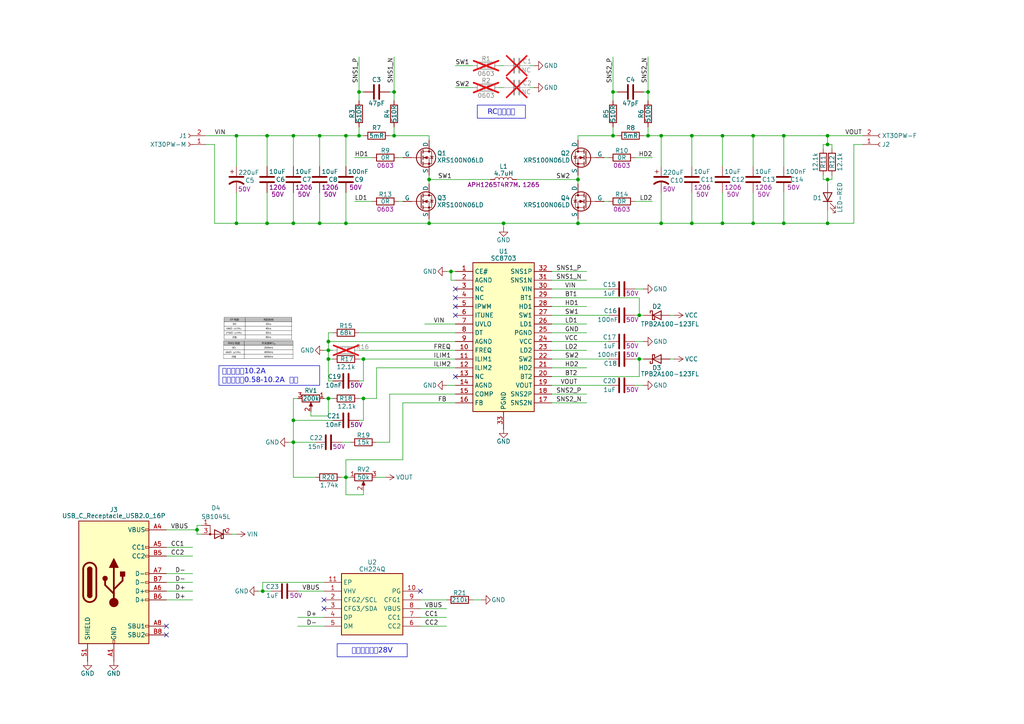
<source format=kicad_sch>
(kicad_sch (version 20250114) (generator "eeschema") (generator_version "9.0")
  (paper "A4")
  (lib_symbols
    (symbol "Connector:Conn_01x02_Socket" (pin_names (offset 1.016) (hide yes))
      (property "Reference" "J" (at 0 2.54 0))
      (property "Value" "Conn_01x02_Socket" (at 0 -5.08 0))
      (symbol "Conn_01x02_Socket_1_1"
        (pin passive line (at -5.08 0 0) (length 3.81) (name "Pin_1") (number "1"))
        (pin passive line (at -5.08 -2.54 0) (length 3.81) (name "Pin_2") (number "2"))
      )
    )
    (symbol "Connector:USB_C_Receptacle_USB2.0_16P" (pin_names (offset 1.016))
      (property "Reference" "J" (at 0 22.225 0))
      (property "Value" "USB_C_Receptacle_USB2.0_16P" (at 0 19.685 0))
      (symbol "USB_C_Receptacle_USB2.0_16P_1_1"
        (pin passive line (at -7.62 -22.86 90) (length 5.08) (name "SHIELD") (number "S1"))
        (pin passive line (at 0 -22.86 90) (length 5.08) (name "GND") (number "A1"))
        (pin passive line (at 0 -22.86 90) (length 5.08) (hide yes) (name "GND") (number "A12"))
        (pin passive line (at 0 -22.86 90) (length 5.08) (hide yes) (name "GND") (number "B1"))
        (pin passive line (at 0 -22.86 90) (length 5.08) (hide yes) (name "GND") (number "B12"))
        (pin passive line (at 15.24 15.24 180) (length 5.08) (name "VBUS") (number "A4"))
        (pin passive line (at 15.24 15.24 180) (length 5.08) (hide yes) (name "VBUS") (number "A9"))
        (pin passive line (at 15.24 15.24 180) (length 5.08) (hide yes) (name "VBUS") (number "B4"))
        (pin passive line (at 15.24 15.24 180) (length 5.08) (hide yes) (name "VBUS") (number "B9"))
        (pin bidirectional line (at 15.24 10.16 180) (length 5.08) (name "CC1") (number "A5"))
        (pin bidirectional line (at 15.24 7.62 180) (length 5.08) (name "CC2") (number "B5"))
        (pin bidirectional line (at 15.24 2.54 180) (length 5.08) (name "D-") (number "A7"))
        (pin bidirectional line (at 15.24 0 180) (length 5.08) (name "D-") (number "B7"))
        (pin bidirectional line (at 15.24 -2.54 180) (length 5.08) (name "D+") (number "A6"))
        (pin bidirectional line (at 15.24 -5.08 180) (length 5.08) (name "D+") (number "B6"))
        (pin bidirectional line (at 15.24 -12.7 180) (length 5.08) (name "SBU1") (number "A8"))
        (pin bidirectional line (at 15.24 -15.24 180) (length 5.08) (name "SBU2") (number "B8"))
      )
    )
    (symbol "Device:C" (pin_numbers (hide yes)) (pin_names (offset 0.254))
      (property "Reference" "C" (at 0.635 2.54 0))
      (property "Value" "C" (at 0.635 -2.54 0))
      (symbol "C_1_1"
        (pin passive line (at 0 3.81 270) (length 2.794) (name "~") (number "1"))
        (pin passive line (at 0 -3.81 90) (length 2.794) (name "~") (number "2"))
      )
    )
    (symbol "Device:C_Polarized_US" (pin_numbers (hide yes)) (pin_names (offset 0.254) (hide yes))
      (property "Reference" "C" (at 0.635 2.54 0))
      (property "Value" "C_Polarized_US" (at 0.635 -2.54 0))
      (symbol "C_Polarized_US_1_1"
        (pin passive line (at 0 3.81 270) (length 2.794) (name "~") (number "1"))
        (pin passive line (at 0 -3.81 90) (length 3.302) (name "~") (number "2"))
      )
    )
    (symbol "Device:D_Schottky" (pin_numbers (hide yes)) (pin_names (offset 1.016) (hide yes))
      (property "Reference" "D" (at 0 2.54 0))
      (property "Value" "D_Schottky" (at 0 -2.54 0))
      (symbol "D_Schottky_1_1"
        (pin passive line (at -3.81 0 0) (length 2.54) (name "K") (number "1"))
        (pin passive line (at 3.81 0 180) (length 2.54) (name "A") (number "2"))
      )
    )
    (symbol "Device:L" (pin_numbers (hide yes)) (pin_names (offset 1.016) (hide yes))
      (property "Reference" "L" (at -1.27 0 90))
      (property "Value" "L" (at 1.905 0 90))
      (symbol "L_1_1"
        (pin passive line (at 0 3.81 270) (length 1.27) (name "1") (number "1"))
        (pin passive line (at 0 -3.81 90) (length 1.27) (name "2") (number "2"))
      )
    )
    (symbol "Device:LED" (pin_numbers (hide yes)) (pin_names (offset 1.016) (hide yes))
      (property "Reference" "D" (at 0 2.54 0))
      (property "Value" "LED" (at 0 -2.54 0))
      (symbol "LED_1_1"
        (pin passive line (at -3.81 0 0) (length 2.54) (name "K") (number "1"))
        (pin passive line (at 3.81 0 180) (length 2.54) (name "A") (number "2"))
      )
    )
    (symbol "Device:R" (pin_numbers (hide yes)) (pin_names (offset 0))
      (property "Reference" "R" (at 2.032 0 90))
      (property "Value" "R" (at 0 0 90))
      (symbol "R_1_1"
        (pin passive line (at 0 3.81 270) (length 1.27) (name "~") (number "1"))
        (pin passive line (at 0 -3.81 90) (length 1.27) (name "~") (number "2"))
      )
    )
    (symbol "Device:R_Potentiometer" (pin_names (offset 1.016) (hide yes))
      (property "Reference" "RV" (at -4.445 0 90))
      (property "Value" "R_Potentiometer" (at -2.54 0 90))
      (symbol "R_Potentiometer_1_1"
        (pin passive line (at 0 3.81 270) (length 1.27) (name "1") (number "1"))
        (pin passive line (at 0 -3.81 90) (length 1.27) (name "3") (number "3"))
        (pin passive line (at 3.81 0 180) (length 1.27) (name "2") (number "2"))
      )
    )
    (symbol "SB1045L:SB1045L" (pin_names (offset 0) (hide yes))
      (property "Reference" "D" (at 0 2.54 0))
      (property "Value" "SB1045L" (at 0 -2.54 0))
      (symbol "SB1045L_1_1"
        (pin passive line (at -3.81 0 0) (length 2.54) (name "K") (number "2"))
        (pin passive line (at 5.08 2.54 180) (length 2.54) (name "A") (number "1"))
        (pin passive line (at 5.08 0 180) (length 2.54) (name "A") (number "3"))
      )
    )
    (symbol "Simulation_SPICE:NMOS" (pin_numbers (hide yes)) (pin_names (offset 0))
      (property "Reference" "Q" (at 5.08 1.27 0))
      (property "Value" "NMOS" (at 5.08 -1.27 0))
      (symbol "NMOS_1_1"
        (pin input line (at -5.08 0 0) (length 2.54) (name "G") (number "2"))
        (pin passive line (at 2.54 5.08 270) (length 2.54) (name "D") (number "1"))
        (pin passive line (at 2.54 -5.08 90) (length 2.54) (name "S") (number "3"))
      )
    )
    (symbol "Zeruns:CH224Q"
      (property "Reference" "U" (at 0 12.192 0))
      (property "Value" "CH224Q" (at 0 10.16 0))
      (symbol "CH224Q_1_1"
        (pin passive line (at -13.97 6.35 0) (length 5.08) (name "EP") (number "11"))
        (pin passive line (at -13.97 3.81 0) (length 5.08) (name "VHV") (number "1"))
        (pin passive line (at -13.97 1.27 0) (length 5.08) (name "CFG2/SCL") (number "2"))
        (pin passive line (at -13.97 -1.27 0) (length 5.08) (name "CFG3/SDA") (number "3"))
        (pin passive line (at -13.97 -3.81 0) (length 5.08) (name "DP") (number "4"))
        (pin passive line (at -13.97 -6.35 0) (length 5.08) (name "DM") (number "5"))
        (pin passive line (at 13.97 3.81 180) (length 5.08) (name "PG") (number "10"))
        (pin passive line (at 13.97 1.27 180) (length 5.08) (name "CFG1") (number "9"))
        (pin passive line (at 13.97 -1.27 180) (length 5.08) (name "VBUS") (number "8"))
        (pin passive line (at 13.97 -3.81 180) (length 5.08) (name "CC1") (number "7"))
        (pin passive line (at 13.97 -6.35 180) (length 5.08) (name "CC2") (number "6"))
      )
    )
    (symbol "Zeruns:SC8703"
      (property "Reference" "U" (at 0 26.162 0))
      (property "Value" "SC8703" (at 0 24.13 0))
      (symbol "SC8703_1_1"
        (pin passive line (at -13.97 20.32 0) (length 5.08) (name "CE#") (number "1"))
        (pin passive line (at -13.97 17.78 0) (length 5.08) (name "AGND") (number "2"))
        (pin passive line (at -13.97 15.24 0) (length 5.08) (name "NC") (number "3"))
        (pin passive line (at -13.97 12.7 0) (length 5.08) (name "NC") (number "4"))
        (pin passive line (at -13.97 10.16 0) (length 5.08) (name "IPWM") (number "5"))
        (pin passive line (at -13.97 7.62 0) (length 5.08) (name "ITUNE") (number "6"))
        (pin passive line (at -13.97 5.08 0) (length 5.08) (name "UVLO") (number "7"))
        (pin passive line (at -13.97 2.54 0) (length 5.08) (name "DT") (number "8"))
        (pin passive line (at -13.97 0 0) (length 5.08) (name "AGND") (number "9"))
        (pin passive line (at -13.97 -2.54 0) (length 5.08) (name "FREQ") (number "10"))
        (pin passive line (at -13.97 -5.08 0) (length 5.08) (name "ILIM1") (number "11"))
        (pin passive line (at -13.97 -7.62 0) (length 5.08) (name "ILIM2") (number "12"))
        (pin passive line (at -13.97 -10.16 0) (length 5.08) (name "NC") (number "13"))
        (pin passive line (at -13.97 -12.7 0) (length 5.08) (name "AGND") (number "14"))
        (pin passive line (at -13.97 -15.24 0) (length 5.08) (name "COMP") (number "15"))
        (pin passive line (at -13.97 -17.78 0) (length 5.08) (name "FB") (number "16"))
        (pin passive line (at 0 -25.4 90) (length 5.08) (name "PGND") (number "33"))
        (pin passive line (at 13.97 20.32 180) (length 5.08) (name "SNS1P") (number "32"))
        (pin passive line (at 13.97 17.78 180) (length 5.08) (name "SNS1N") (number "31"))
        (pin passive line (at 13.97 15.24 180) (length 5.08) (name "VIN") (number "30"))
        (pin passive line (at 13.97 12.7 180) (length 5.08) (name "BT1") (number "29"))
        (pin passive line (at 13.97 10.16 180) (length 5.08) (name "HD1") (number "28"))
        (pin passive line (at 13.97 7.62 180) (length 5.08) (name "SW1") (number "27"))
        (pin passive line (at 13.97 5.08 180) (length 5.08) (name "LD1") (number "26"))
        (pin passive line (at 13.97 2.54 180) (length 5.08) (name "PGND") (number "25"))
        (pin passive line (at 13.97 0 180) (length 5.08) (name "VCC") (number "24"))
        (pin passive line (at 13.97 -2.54 180) (length 5.08) (name "LD2") (number "23"))
        (pin passive line (at 13.97 -5.08 180) (length 5.08) (name "SW2") (number "22"))
        (pin passive line (at 13.97 -7.62 180) (length 5.08) (name "HD2") (number "21"))
        (pin passive line (at 13.97 -10.16 180) (length 5.08) (name "BT2") (number "20"))
        (pin passive line (at 13.97 -12.7 180) (length 5.08) (name "VOUT") (number "19"))
        (pin passive line (at 13.97 -15.24 180) (length 5.08) (name "SNS2P") (number "18"))
        (pin passive line (at 13.97 -17.78 180) (length 5.08) (name "SNS2N") (number "17"))
      )
    )
    (symbol "power:GND" (power) (pin_numbers (hide yes)) (pin_names (offset 0) (hide yes))
      (property "Value" "GND" (at 0 -3.81 0))
      (symbol "GND_1_1"
        (pin power_in line (at 0 0 270) (length 0) (name "~") (number "1"))
      )
    )
    (symbol "power:VCC" (power) (pin_numbers (hide yes)) (pin_names (offset 0) (hide yes))
      (property "Value" "VCC" (at 0 3.556 0))
      (symbol "VCC_1_1"
        (pin power_in line (at 0 0 90) (length 0) (name "~") (number "1"))
      )
    )
  )
  (text_box "RC吸收电路" (at 138.43 30.48 0) (size 13.97 3.81) (margins 0.9525 0.9525 0.9525 0.9525) (effects (font (size 1.524 1.524))))
  (text_box "快充诱骗输出28V" (at 97.79 186.69 0) (size 20.32 3.81) (margins 0.9525 0.9525 0.9525 0.9525) (effects (font (size 1.524 1.524))))
  (text_box "输入限流：10.2A\n输出限流：0.58-10.2A  可调" (at 63.5 106.045 0) (size 29.21 5.715) (margins 0.9525 0.9525 0.9525 0.9525) (effects (font (size 1.524 1.524)) (justify left)))
  (junction (at 218.44 64.77))
  (junction (at 218.44 39.37))
  (junction (at 124.46 52.07))
  (junction (at 209.55 64.77))
  (junction (at 57.15 153.67))
  (junction (at 130.81 78.74))
  (junction (at 68.58 64.77))
  (junction (at 104.14 26.67))
  (junction (at 95.25 101.6))
  (junction (at 191.77 39.37))
  (junction (at 100.33 138.43))
  (junction (at 185.42 91.44))
  (junction (at 146.05 64.77))
  (junction (at 100.33 64.77))
  (junction (at 68.58 39.37))
  (junction (at 185.42 104.14))
  (junction (at 200.66 64.77))
  (junction (at 124.46 64.77))
  (junction (at 76.2 171.45))
  (junction (at 85.09 64.77))
  (junction (at 77.47 64.77))
  (junction (at 240.03 41.91))
  (junction (at 92.71 39.37))
  (junction (at 85.09 39.37))
  (junction (at 95.25 104.14))
  (junction (at 85.09 121.92))
  (junction (at 92.71 64.77))
  (junction (at 187.96 39.37))
  (junction (at 227.33 64.77))
  (junction (at 114.3 39.37))
  (junction (at 187.96 26.67))
  (junction (at 167.64 64.77))
  (junction (at 200.66 39.37))
  (junction (at 114.3 26.67))
  (junction (at 240.03 52.07))
  (junction (at 95.25 99.06))
  (junction (at 167.64 52.07))
  (junction (at 209.55 39.37))
  (junction (at 104.14 39.37))
  (junction (at 105.41 104.14))
  (junction (at 77.47 39.37))
  (junction (at 240.03 64.77))
  (junction (at 240.03 39.37))
  (junction (at 177.8 39.37))
  (junction (at 85.09 128.27))
  (junction (at 95.25 115.57))
  (junction (at 100.33 39.37))
  (junction (at 105.41 115.57))
  (junction (at 191.77 64.77))
  (junction (at 227.33 39.37))
  (junction (at 177.8 26.67))
  (no_connect (at 132.08 91.44))
  (no_connect (at 48.26 184.15))
  (no_connect (at 93.98 176.53))
  (no_connect (at 121.92 171.45))
  (no_connect (at 93.98 173.99))
  (no_connect (at 132.08 83.82))
  (no_connect (at 48.26 181.61))
  (no_connect (at 132.08 109.22))
  (no_connect (at 132.08 86.36))
  (no_connect (at 132.08 88.9))
  (wire (pts (xy 102.87 58.42) (xy 107.95 58.42)))
  (wire (pts (xy 83.82 128.27) (xy 85.09 128.27)))
  (wire (pts (xy 57.15 153.67) (xy 57.15 152.4)))
  (wire (pts (xy 227.33 39.37) (xy 240.03 39.37)))
  (wire (pts (xy 160.02 78.74) (xy 170.18 78.74)))
  (wire (pts (xy 124.46 52.07) (xy 142.24 52.07)))
  (wire (pts (xy 218.44 55.88) (xy 218.44 64.77)))
  (wire (pts (xy 93.98 101.6) (xy 95.25 101.6)))
  (wire (pts (xy 85.09 115.57) (xy 86.36 115.57)))
  (wire (pts (xy 160.02 114.3) (xy 170.18 114.3)))
  (wire (pts (xy 191.77 64.77) (xy 167.64 64.77)))
  (wire (pts (xy 100.33 39.37) (xy 104.14 39.37)))
  (wire (pts (xy 176.53 45.72) (xy 175.26 45.72)))
  (wire (pts (xy 48.26 173.99) (xy 55.88 173.99)))
  (wire (pts (xy 209.55 64.77) (xy 218.44 64.77)))
  (wire (pts (xy 113.03 26.67) (xy 114.3 26.67)))
  (wire (pts (xy 100.33 55.88) (xy 100.33 64.77)))
  (wire (pts (xy 209.55 39.37) (xy 209.55 48.26)))
  (wire (pts (xy 200.66 64.77) (xy 209.55 64.77)))
  (wire (pts (xy 105.41 142.24) (xy 105.41 143.51)))
  (wire (pts (xy 160.02 91.44) (xy 176.53 91.44)))
  (wire (pts (xy 137.16 19.05) (xy 132.08 19.05)))
  (wire (pts (xy 100.33 39.37) (xy 100.33 48.26)))
  (wire (pts (xy 240.03 41.91) (xy 241.3 41.91)))
  (wire (pts (xy 115.57 45.72) (xy 116.84 45.72)))
  (wire (pts (xy 186.69 83.82) (xy 184.15 83.82)))
  (wire (pts (xy 240.03 52.07) (xy 238.76 52.07)))
  (wire (pts (xy 238.76 43.18) (xy 238.76 41.91)))
  (wire (pts (xy 238.76 50.8) (xy 238.76 52.07)))
  (wire (pts (xy 77.47 39.37) (xy 85.09 39.37)))
  (wire (pts (xy 200.66 55.88) (xy 200.66 64.77)))
  (wire (pts (xy 218.44 39.37) (xy 227.33 39.37)))
  (wire (pts (xy 76.2 168.91) (xy 76.2 171.45)))
  (wire (pts (xy 104.14 104.14) (xy 105.41 104.14)))
  (wire (pts (xy 247.65 41.91) (xy 247.65 64.77)))
  (wire (pts (xy 95.25 115.57) (xy 96.52 115.57)))
  (wire (pts (xy 240.03 60.96) (xy 240.03 64.77)))
  (wire (pts (xy 160.02 83.82) (xy 176.53 83.82)))
  (wire (pts (xy 218.44 64.77) (xy 227.33 64.77)))
  (wire (pts (xy 104.14 96.52) (xy 132.08 96.52)))
  (wire (pts (xy 149.86 52.07) (xy 167.64 52.07)))
  (wire (pts (xy 113.03 39.37) (xy 114.3 39.37)))
  (wire (pts (xy 185.42 104.14) (xy 186.69 104.14)))
  (wire (pts (xy 48.26 153.67) (xy 57.15 153.67)))
  (wire (pts (xy 238.76 41.91) (xy 240.03 41.91)))
  (wire (pts (xy 59.69 41.91) (xy 62.23 41.91)))
  (wire (pts (xy 100.33 138.43) (xy 101.6 138.43)))
  (wire (pts (xy 187.96 26.67) (xy 187.96 29.21)))
  (wire (pts (xy 146.05 19.05) (xy 144.78 19.05)))
  (wire (pts (xy 184.15 91.44) (xy 185.42 91.44)))
  (wire (pts (xy 227.33 64.77) (xy 240.03 64.77)))
  (wire (pts (xy 105.41 104.14) (xy 105.41 110.49)))
  (wire (pts (xy 185.42 91.44) (xy 186.69 91.44)))
  (wire (pts (xy 132.08 99.06) (xy 95.25 99.06)))
  (wire (pts (xy 247.65 64.77) (xy 240.03 64.77)))
  (wire (pts (xy 102.87 45.72) (xy 107.95 45.72)))
  (wire (pts (xy 240.03 53.34) (xy 240.03 52.07)))
  (wire (pts (xy 240.03 39.37) (xy 240.03 41.91)))
  (wire (pts (xy 227.33 55.88) (xy 227.33 64.77)))
  (wire (pts (xy 121.92 179.07) (xy 129.54 179.07)))
  (wire (pts (xy 95.25 110.49) (xy 95.25 104.14)))
  (wire (pts (xy 123.19 93.98) (xy 132.08 93.98)))
  (wire (pts (xy 241.3 50.8) (xy 241.3 52.07)))
  (wire (pts (xy 68.58 39.37) (xy 68.58 48.26)))
  (wire (pts (xy 115.57 58.42) (xy 116.84 58.42)))
  (wire (pts (xy 160.02 101.6) (xy 170.18 101.6)))
  (wire (pts (xy 85.09 39.37) (xy 92.71 39.37)))
  (wire (pts (xy 109.22 115.57) (xy 109.22 106.68)))
  (wire (pts (xy 57.15 152.4) (xy 58.42 152.4)))
  (wire (pts (xy 177.8 16.51) (xy 177.8 26.67)))
  (wire (pts (xy 227.33 39.37) (xy 227.33 48.26)))
  (wire (pts (xy 74.93 171.45) (xy 76.2 171.45)))
  (wire (pts (xy 68.58 39.37) (xy 77.47 39.37)))
  (wire (pts (xy 185.42 104.14) (xy 185.42 109.22)))
  (wire (pts (xy 58.42 154.94) (xy 57.15 154.94)))
  (wire (pts (xy 92.71 55.88) (xy 92.71 64.77)))
  (wire (pts (xy 85.09 128.27) (xy 85.09 121.92)))
  (wire (pts (xy 85.09 55.88) (xy 85.09 64.77)))
  (wire (pts (xy 240.03 52.07) (xy 241.3 52.07)))
  (wire (pts (xy 100.33 64.77) (xy 124.46 64.77)))
  (wire (pts (xy 160.02 86.36) (xy 185.42 86.36)))
  (wire (pts (xy 177.8 26.67) (xy 179.07 26.67)))
  (wire (pts (xy 104.14 36.83) (xy 104.14 39.37)))
  (wire (pts (xy 48.26 161.29) (xy 55.88 161.29)))
  (wire (pts (xy 209.55 55.88) (xy 209.55 64.77)))
  (wire (pts (xy 129.54 173.99) (xy 121.92 173.99)))
  (wire (pts (xy 96.52 101.6) (xy 95.25 101.6)))
  (wire (pts (xy 99.06 128.27) (xy 101.6 128.27)))
  (wire (pts (xy 184.15 104.14) (xy 185.42 104.14)))
  (wire (pts (xy 109.22 106.68) (xy 132.08 106.68)))
  (wire (pts (xy 57.15 154.94) (xy 57.15 153.67)))
  (wire (pts (xy 59.69 39.37) (xy 68.58 39.37)))
  (wire (pts (xy 95.25 104.14) (xy 96.52 104.14)))
  (wire (pts (xy 93.98 115.57) (xy 95.25 115.57)))
  (wire (pts (xy 105.41 143.51) (xy 100.33 143.51)))
  (wire (pts (xy 96.52 121.92) (xy 85.09 121.92)))
  (wire (pts (xy 167.64 64.77) (xy 167.64 63.5)))
  (wire (pts (xy 186.69 111.76) (xy 184.15 111.76)))
  (wire (pts (xy 111.76 138.43) (xy 109.22 138.43)))
  (wire (pts (xy 129.54 111.76) (xy 132.08 111.76)))
  (wire (pts (xy 177.8 39.37) (xy 179.07 39.37)))
  (wire (pts (xy 104.14 110.49) (xy 105.41 110.49)))
  (wire (pts (xy 85.09 39.37) (xy 85.09 48.26)))
  (wire (pts (xy 100.33 143.51) (xy 100.33 138.43)))
  (wire (pts (xy 146.05 25.4) (xy 144.78 25.4)))
  (wire (pts (xy 160.02 88.9) (xy 170.18 88.9)))
  (wire (pts (xy 177.8 36.83) (xy 177.8 39.37)))
  (wire (pts (xy 189.23 58.42) (xy 184.15 58.42)))
  (wire (pts (xy 91.44 128.27) (xy 85.09 128.27)))
  (wire (pts (xy 121.92 176.53) (xy 129.54 176.53)))
  (wire (pts (xy 48.26 168.91) (xy 55.88 168.91)))
  (wire (pts (xy 187.96 39.37) (xy 191.77 39.37)))
  (wire (pts (xy 160.02 116.84) (xy 170.18 116.84)))
  (wire (pts (xy 114.3 26.67) (xy 114.3 29.21)))
  (wire (pts (xy 191.77 55.88) (xy 191.77 64.77)))
  (wire (pts (xy 62.23 41.91) (xy 62.23 64.77)))
  (wire (pts (xy 132.08 81.28) (xy 130.81 81.28)))
  (wire (pts (xy 185.42 91.44) (xy 185.42 86.36)))
  (wire (pts (xy 124.46 63.5) (xy 124.46 64.77)))
  (wire (pts (xy 195.58 104.14) (xy 194.31 104.14)))
  (wire (pts (xy 209.55 39.37) (xy 218.44 39.37)))
  (wire (pts (xy 105.41 115.57) (xy 109.22 115.57)))
  (wire (pts (xy 154.94 25.4) (xy 153.67 25.4)))
  (wire (pts (xy 137.16 25.4) (xy 132.08 25.4)))
  (wire (pts (xy 116.84 133.35) (xy 100.33 133.35)))
  (wire (pts (xy 76.2 168.91) (xy 93.98 168.91)))
  (wire (pts (xy 85.09 121.92) (xy 85.09 115.57)))
  (wire (pts (xy 76.2 171.45) (xy 78.74 171.45)))
  (wire (pts (xy 186.69 99.06) (xy 184.15 99.06)))
  (wire (pts (xy 187.96 16.51) (xy 187.96 26.67)))
  (wire (pts (xy 250.19 41.91) (xy 247.65 41.91)))
  (wire (pts (xy 187.96 36.83) (xy 187.96 39.37)))
  (wire (pts (xy 160.02 99.06) (xy 176.53 99.06)))
  (wire (pts (xy 167.64 39.37) (xy 177.8 39.37)))
  (wire (pts (xy 160.02 106.68) (xy 170.18 106.68)))
  (wire (pts (xy 62.23 64.77) (xy 68.58 64.77)))
  (wire (pts (xy 95.25 120.65) (xy 95.25 115.57)))
  (wire (pts (xy 167.64 50.8) (xy 167.64 52.07)))
  (wire (pts (xy 86.36 181.61) (xy 93.98 181.61)))
  (wire (pts (xy 195.58 91.44) (xy 194.31 91.44)))
  (wire (pts (xy 218.44 39.37) (xy 218.44 48.26)))
  (wire (pts (xy 85.09 64.77) (xy 92.71 64.77)))
  (wire (pts (xy 200.66 64.77) (xy 191.77 64.77)))
  (wire (pts (xy 91.44 138.43) (xy 85.09 138.43)))
  (wire (pts (xy 104.14 39.37) (xy 105.41 39.37)))
  (wire (pts (xy 96.52 110.49) (xy 95.25 110.49)))
  (wire (pts (xy 77.47 55.88) (xy 77.47 64.77)))
  (wire (pts (xy 160.02 81.28) (xy 170.18 81.28)))
  (wire (pts (xy 86.36 179.07) (xy 93.98 179.07)))
  (wire (pts (xy 129.54 78.74) (xy 130.81 78.74)))
  (wire (pts (xy 124.46 64.77) (xy 146.05 64.77)))
  (wire (pts (xy 92.71 39.37) (xy 100.33 39.37)))
  (wire (pts (xy 104.14 26.67) (xy 105.41 26.67)))
  (wire (pts (xy 176.53 58.42) (xy 175.26 58.42)))
  (wire (pts (xy 109.22 128.27) (xy 113.03 128.27)))
  (wire (pts (xy 68.58 55.88) (xy 68.58 64.77)))
  (wire (pts (xy 167.64 52.07) (xy 167.64 53.34)))
  (wire (pts (xy 160.02 111.76) (xy 176.53 111.76)))
  (wire (pts (xy 130.81 81.28) (xy 130.81 78.74)))
  (wire (pts (xy 86.36 171.45) (xy 93.98 171.45)))
  (wire (pts (xy 68.58 64.77) (xy 77.47 64.77)))
  (wire (pts (xy 177.8 29.21) (xy 177.8 26.67)))
  (wire (pts (xy 186.69 26.67) (xy 187.96 26.67)))
  (wire (pts (xy 77.47 39.37) (xy 77.47 48.26)))
  (wire (pts (xy 130.81 78.74) (xy 132.08 78.74)))
  (wire (pts (xy 104.14 16.51) (xy 104.14 26.67)))
  (wire (pts (xy 48.26 158.75) (xy 55.88 158.75)))
  (wire (pts (xy 124.46 39.37) (xy 124.46 40.64)))
  (wire (pts (xy 104.14 29.21) (xy 104.14 26.67)))
  (wire (pts (xy 105.41 115.57) (xy 105.41 121.92)))
  (wire (pts (xy 160.02 104.14) (xy 176.53 104.14)))
  (wire (pts (xy 154.94 19.05) (xy 153.67 19.05)))
  (wire (pts (xy 189.23 45.72) (xy 184.15 45.72)))
  (wire (pts (xy 68.58 154.94) (xy 67.31 154.94)))
  (wire (pts (xy 104.14 101.6) (xy 132.08 101.6)))
  (wire (pts (xy 240.03 39.37) (xy 250.19 39.37)))
  (wire (pts (xy 116.84 116.84) (xy 116.84 133.35)))
  (wire (pts (xy 146.05 66.04) (xy 146.05 64.77)))
  (wire (pts (xy 90.17 120.65) (xy 95.25 120.65)))
  (wire (pts (xy 77.47 64.77) (xy 85.09 64.77)))
  (wire (pts (xy 48.26 171.45) (xy 55.88 171.45)))
  (wire (pts (xy 160.02 96.52) (xy 170.18 96.52)))
  (wire (pts (xy 92.71 64.77) (xy 100.33 64.77)))
  (wire (pts (xy 104.14 121.92) (xy 105.41 121.92)))
  (wire (pts (xy 104.14 115.57) (xy 105.41 115.57)))
  (wire (pts (xy 200.66 39.37) (xy 209.55 39.37)))
  (wire (pts (xy 124.46 50.8) (xy 124.46 52.07)))
  (wire (pts (xy 160.02 93.98) (xy 170.18 93.98)))
  (wire (pts (xy 160.02 109.22) (xy 185.42 109.22)))
  (wire (pts (xy 105.41 104.14) (xy 132.08 104.14)))
  (wire (pts (xy 96.52 96.52) (xy 95.25 96.52)))
  (wire (pts (xy 114.3 36.83) (xy 114.3 39.37)))
  (wire (pts (xy 186.69 39.37) (xy 187.96 39.37)))
  (wire (pts (xy 114.3 39.37) (xy 124.46 39.37)))
  (wire (pts (xy 167.64 40.64) (xy 167.64 39.37)))
  (wire (pts (xy 48.26 166.37) (xy 55.88 166.37)))
  (wire (pts (xy 114.3 16.51) (xy 114.3 26.67)))
  (wire (pts (xy 90.17 119.38) (xy 90.17 120.65)))
  (wire (pts (xy 191.77 39.37) (xy 200.66 39.37)))
  (wire (pts (xy 113.03 128.27) (xy 113.03 114.3)))
  (wire (pts (xy 113.03 114.3) (xy 132.08 114.3)))
  (wire (pts (xy 124.46 52.07) (xy 124.46 53.34)))
  (wire (pts (xy 85.09 138.43) (xy 85.09 128.27)))
  (wire (pts (xy 200.66 39.37) (xy 200.66 48.26)))
  (wire (pts (xy 95.25 96.52) (xy 95.25 99.06)))
  (wire (pts (xy 191.77 39.37) (xy 191.77 48.26)))
  (wire (pts (xy 146.05 64.77) (xy 167.64 64.77)))
  (wire (pts (xy 139.7 173.99) (xy 137.16 173.99)))
  (wire (pts (xy 241.3 41.91) (xy 241.3 43.18)))
  (wire (pts (xy 100.33 133.35) (xy 100.33 138.43)))
  (wire (pts (xy 121.92 181.61) (xy 129.54 181.61)))
  (wire (pts (xy 92.71 39.37) (xy 92.71 48.26)))
  (wire (pts (xy 100.33 138.43) (xy 99.06 138.43)))
  (wire (pts (xy 132.08 116.84) (xy 116.84 116.84)))
  (wire (pts (xy 95.25 101.6) (xy 95.25 104.14)))
  (wire (pts (xy 95.25 99.06) (xy 95.25 101.6)))
  (image (at 74.93 101.6) (scale 0.440304))
  (image (at 74.93 95.25) (scale 0.429533))
  (label "SNS1_P" (at 104.14 24.13 90))
  (label "FREQ" (at 125.73 101.6 0))
  (label "SNS2_N" (at 161.29 116.84 0))
  (label "HD2" (at 189.23 45.72 180))
  (label "SW2" (at 132.08 25.4 0))
  (label "CC1" (at 123.19 179.07 0))
  (label "VIN" (at 163.83 83.82 0))
  (label "VIN" (at 125.73 93.98 0))
  (label "VOUT" (at 245.11 39.37 0))
  (label "SNS1_N" (at 114.3 24.13 90))
  (label "BT2" (at 163.83 109.22 0))
  (label "SNS2_N" (at 187.96 24.13 90))
  (label "LD1" (at 102.87 58.42 0))
  (label "LD2" (at 189.23 58.42 180))
  (label "SW2" (at 163.83 104.14 0))
  (label "SW1" (at 163.83 91.44 0))
  (label "CC2" (at 123.19 181.61 0))
  (label "D+" (at 50.8 171.45 0))
  (label "SW1" (at 132.08 19.05 0))
  (label "GND" (at 163.83 96.52 0))
  (label "ILIM1" (at 125.73 104.14 0))
  (label "LD2" (at 163.83 101.6 0))
  (label "HD1" (at 163.83 88.9 0))
  (label "VCC" (at 163.83 99.06 0))
  (label "LD1" (at 163.83 93.98 0))
  (label "SNS1_N" (at 161.2725 81.28 0))
  (label "FB" (at 127 116.84 0))
  (label "ILIM2" (at 125.73 106.68 0))
  (label "D+" (at 50.8 173.99 0))
  (label "BT1" (at 163.83 86.36 0))
  (label "SW2" (at 161.29 52.07 0))
  (label "HD1" (at 102.87 45.72 0))
  (label "D-" (at 50.8 166.37 0))
  (label "HD2" (at 163.83 106.68 0))
  (label "D-" (at 50.8 168.91 0))
  (label "VBUS" (at 87.63 171.45 0))
  (label "VIN" (at 62.23 39.37 0))
  (label "SNS2_P" (at 161.29 114.3 0))
  (label "D-" (at 88.9 181.61 0))
  (label "VBUS" (at 123.19 176.53 0))
  (label "VBUS" (at 49.53 153.67 0))
  (label "SW1" (at 127 52.07 0))
  (label "VOUT" (at 162.56 111.76 0))
  (label "SNS2_P" (at 177.8 24.13 90))
  (label "CC2" (at 49.53 161.29 0))
  (label "SNS1_P" (at 161.29 78.74 0))
  (label "D+" (at 88.9 179.07 0))
  (label "CC1" (at 49.53 158.75 0))
  (symbol (lib_id "power:GND") (at 186.69 99.06 90) (unit 1)
    (property "Reference" "#PWR07" (effects (hide yes)))
    (property "Value" "GND" (at 189.484 99.06 90) (effects (justify right)))
    (property "Description" "Power symbol creates a global label with name \"GND\" , ground" (effects (hide yes)))
  )
  (symbol (lib_id "Simulation_SPICE:NMOS") (at 121.92 58.42 0) (unit 1)
    (property "Reference" "Q3" (at 126.746 57.404 0) (effects (justify left)))
    (property "Value" "XRS100N06LD" (at 126.746 59.436 0) (effects (justify left)))
    (property "Footprint" "Zeruns:DFN-8_L3.0-W3.0-P0.65-BL-4" (effects (hide yes)))
    (property "Datasheet" "https://ngspice.sourceforge.io/docs/ngspice-html-manual/manual.xhtml#cha_MOSFETs" (effects (hide yes)))
    (property "Description" "NMOS, PDFN-8L(3.3x3.3), 60V/100A, 4mΩ@10V" (effects (hide yes)))
    (property "Sim.Device" "NMOS" (effects (hide yes)))
    (property "Sim.Type" "VDMOS" (effects (hide yes)))
    (property "Sim.Pins" "1=D 2=G 3=S" (effects (hide yes)))
  )
  (symbol (lib_id "Zeruns:CH224Q") (at 107.95 175.26 0) (unit 1)
    (property "Reference" "U2" (at 107.95 163.068 0))
    (property "Value" "CH224Q" (at 107.95 165.1 0))
    (property "Footprint" "Zeruns:DFN-10_L2.0-W2.0-P0.40-BL-EP" (effects (hide yes)))
  )
  (symbol (lib_id "Device:R") (at 177.8 33.02 180) (unit 1)
    (property "Reference" "R5" (at 175.768 33.02 90))
    (property "Value" "510R" (at 177.8 33.02 90))
    (property "Footprint" "Resistor_SMD:R_0402_1005Metric_Pad0.72x0.64mm_HandSolder" (effects (hide yes)))
    (property "Description" "Resistor" (effects (hide yes)))
  )
  (symbol (lib_id "Device:R") (at 111.76 58.42 90) (unit 1)
    (property "Reference" "R13" (at 111.76 56.388 90))
    (property "Value" "0R" (at 111.76 58.42 90))
    (property "Footprint" "Resistor_SMD:R_0603_1608Metric_Pad0.98x0.95mm_HandSolder" (effects (hide yes)))
    (property "Description" "0603" (at 111.76 60.706 90))
  )
  (symbol (lib_id "Device:C") (at 149.86 25.4 270) (mirror x) (unit 1) (dnp yes)
    (property "Reference" "C2" (at 152.908 24.13 90))
    (property "Value" "NC" (at 152.654 26.67 90))
    (property "Footprint" "Capacitor_SMD:C_0603_1608Metric_Pad1.08x0.95mm_HandSolder" (effects (hide yes)))
    (property "Description" "Unpolarized capacitor" (effects (hide yes)))
  )
  (symbol (lib_id "Device:C") (at 100.33 110.49 90) (unit 1)
    (property "Reference" "C19" (at 97.028 109.22 90))
    (property "Value" "10nF" (at 96.774 111.76 90))
    (property "Footprint" "Capacitor_SMD:C_0402_1005Metric_Pad0.74x0.62mm_HandSolder" (effects (hide yes)))
    (property "Description" "Unpolarized capacitor" (effects (hide yes)))
    (property "耐压" "50V" (at 103.378 111.76 90))
  )
  (symbol (lib_id "Device:R") (at 180.34 58.42 90) (unit 1)
    (property "Reference" "R14" (at 180.34 56.388 90))
    (property "Value" "0R" (at 180.34 58.42 90))
    (property "Footprint" "Resistor_SMD:R_0603_1608Metric_Pad0.98x0.95mm_HandSolder" (effects (hide yes)))
    (property "Description" "0603" (at 180.34 60.706 90))
  )
  (symbol (lib_id "power:GND") (at 139.7 173.99 90) (unit 1)
    (property "Reference" "#PWR017" (effects (hide yes)))
    (property "Value" "GND" (at 142.494 173.99 90) (effects (justify right)))
    (property "Description" "Power symbol creates a global label with name \"GND\" , ground" (effects (hide yes)))
  )
  (symbol (lib_id "Simulation_SPICE:NMOS") (at 121.92 45.72 0) (unit 1)
    (property "Reference" "Q1" (at 126.746 44.45 0) (effects (justify left)))
    (property "Value" "XRS100N06LD" (at 126.746 46.482 0) (effects (justify left)))
    (property "Footprint" "Zeruns:DFN-8_L3.0-W3.0-P0.65-BL-4" (effects (hide yes)))
    (property "Datasheet" "https://ngspice.sourceforge.io/docs/ngspice-html-manual/manual.xhtml#cha_MOSFETs" (effects (hide yes)))
    (property "Description" "NMOS, PDFN-8L(3.3x3.3), 60V/100A, 4mΩ@10V" (effects (hide yes)))
    (property "Sim.Device" "NMOS" (effects (hide yes)))
    (property "Sim.Type" "VDMOS" (effects (hide yes)))
    (property "Sim.Pins" "1=D 2=G 3=S" (effects (hide yes)))
  )
  (symbol (lib_id "Connector:Conn_01x02_Socket") (at 255.27 41.91 0) (mirror x) (unit 1)
    (property "Reference" "J2" (at 255.778 41.91 0) (effects (justify left)))
    (property "Value" "XT30PW-F" (at 255.778 39.37 0) (effects (justify left)))
    (property "Footprint" "Connector_AMASS:AMASS_XT30PW-F_1x02_P2.50mm_Horizontal" (effects (hide yes)))
    (property "Description" "Generic connector, single row, 01x02, script generated" (effects (hide yes)))
  )
  (symbol (lib_id "Device:R") (at 114.3 33.02 180) (unit 1)
    (property "Reference" "R4" (at 112.268 33.02 90))
    (property "Value" "510R" (at 114.3 33.02 90))
    (property "Footprint" "Resistor_SMD:R_0402_1005Metric_Pad0.72x0.64mm_HandSolder" (effects (hide yes)))
    (property "Description" "Resistor" (effects (hide yes)))
  )
  (symbol (lib_id "Device:R") (at 100.33 101.6 90) (unit 1) (dnp yes)
    (property "Reference" "R16" (at 105.156 100.584 90))
    (property "Value" "NC" (at 100.33 101.6 90))
    (property "Footprint" "Resistor_SMD:R_0402_1005Metric_Pad0.72x0.64mm_HandSolder" (effects (hide yes)))
    (property "Description" "Resistor" (effects (hide yes)))
  )
  (symbol (lib_id "power:GND") (at 186.69 83.82 90) (unit 1)
    (property "Reference" "#PWR05" (effects (hide yes)))
    (property "Value" "GND" (at 189.484 83.82 90) (effects (justify right)))
    (property "Description" "Power symbol creates a global label with name \"GND\" , ground" (effects (hide yes)))
  )
  (symbol (lib_id "Device:C") (at 149.86 19.05 270) (mirror x) (unit 1) (dnp yes)
    (property "Reference" "C1" (at 152.908 17.78 90))
    (property "Value" "NC" (at 152.654 20.32 90))
    (property "Footprint" "Capacitor_SMD:C_0603_1608Metric_Pad1.08x0.95mm_HandSolder" (effects (hide yes)))
    (property "Description" "Unpolarized capacitor" (effects (hide yes)))
  )
  (symbol (lib_id "Device:R") (at 187.96 33.02 180) (unit 1)
    (property "Reference" "R6" (at 185.928 33.02 90))
    (property "Value" "510R" (at 187.96 33.02 90))
    (property "Footprint" "Resistor_SMD:R_0402_1005Metric_Pad0.72x0.64mm_HandSolder" (effects (hide yes)))
    (property "Description" "Resistor" (effects (hide yes)))
  )
  (symbol (lib_id "power:GND") (at 146.05 124.46 0) (unit 1)
    (property "Reference" "#PWR012" (effects (hide yes)))
    (property "Value" "GND" (at 148.082 128.016 0) (effects (justify right)))
    (property "Description" "Power symbol creates a global label with name \"GND\" , ground" (effects (hide yes)))
  )
  (symbol (lib_id "Device:C") (at 95.25 128.27 90) (unit 1)
    (property "Reference" "C22" (at 91.694 127 90))
    (property "Value" "15nF" (at 91.694 129.54 90))
    (property "Footprint" "Capacitor_SMD:C_0402_1005Metric_Pad0.74x0.62mm_HandSolder" (effects (hide yes)))
    (property "Description" "Unpolarized capacitor" (effects (hide yes)))
    (property "耐压" "50V" (at 98.298 129.54 90))
  )
  (symbol (lib_id "power:VCC") (at 111.76 138.43 270) (unit 1)
    (property "Reference" "#PWR014" (effects (hide yes)))
    (property "Value" "VOUT" (at 114.808 138.43 90) (effects (justify left)))
    (property "Description" "Power symbol creates a global label with name \"VCC\"" (effects (hide yes)))
  )
  (symbol (lib_id "Device:R") (at 180.34 45.72 90) (unit 1)
    (property "Reference" "R10" (at 180.34 43.688 90))
    (property "Value" "0R" (at 180.34 45.72 90))
    (property "Footprint" "Resistor_SMD:R_0603_1608Metric_Pad0.98x0.95mm_HandSolder" (effects (hide yes)))
    (property "Description" "0603" (at 180.34 48.006 90))
  )
  (symbol (lib_id "Device:C") (at 182.88 26.67 90) (unit 1)
    (property "Reference" "C4" (at 182.88 23.114 90))
    (property "Value" "47pF" (at 182.88 29.972 90))
    (property "Footprint" "Capacitor_SMD:C_0402_1005Metric_Pad0.74x0.62mm_HandSolder" (effects (hide yes)))
    (property "Description" "Unpolarized capacitor" (effects (hide yes)))
    (property "耐压" "50V" (effects (hide yes)))
  )
  (symbol (lib_id "Device:C") (at 180.34 111.76 90) (unit 1)
    (property "Reference" "C20" (at 176.784 110.49 90))
    (property "Value" "1uF" (at 176.784 113.03 90))
    (property "Footprint" "Capacitor_SMD:C_0402_1005Metric_Pad0.74x0.62mm_HandSolder" (effects (hide yes)))
    (property "耐压" "50V" (at 183.388 113.03 90))
  )
  (symbol (lib_id "Device:C") (at 180.34 91.44 270) (unit 1)
    (property "Reference" "C16" (at 177.038 90.17 90))
    (property "Value" "100nF" (at 176.276 92.71 90))
    (property "Footprint" "Capacitor_SMD:C_0402_1005Metric_Pad0.74x0.62mm_HandSolder" (effects (hide yes)))
    (property "Description" "Unpolarized capacitor" (effects (hide yes)))
    (property "耐压" "50V" (at 183.388 92.71 90))
  )
  (symbol (lib_id "Device:LED") (at 240.03 57.15 90) (unit 1)
    (property "Reference" "D1" (at 235.712 57.404 90) (effects (justify right)))
    (property "Value" "LED-RED" (at 243.586 52.832 0) (effects (justify right)))
    (property "Footprint" "LED_SMD:LED_0603_1608Metric_Pad1.05x0.95mm_HandSolder" (effects (hide yes)))
    (property "Description" "Light emitting diode" (effects (hide yes)))
    (property "Sim.Pins" "1=K 2=A" (effects (hide yes)))
  )
  (symbol (lib_id "Device:R") (at 100.33 96.52 90) (unit 1)
    (property "Reference" "R15" (at 100.33 94.488 90))
    (property "Value" "68k" (at 100.33 96.52 90))
    (property "Footprint" "Resistor_SMD:R_0402_1005Metric_Pad0.72x0.64mm_HandSolder" (effects (hide yes)))
    (property "Description" "Resistor" (effects (hide yes)))
  )
  (symbol (lib_id "Device:R") (at 111.76 45.72 90) (unit 1)
    (property "Reference" "R9" (at 111.76 43.688 90))
    (property "Value" "0R" (at 111.76 45.72 90))
    (property "Footprint" "Resistor_SMD:R_0603_1608Metric_Pad0.98x0.95mm_HandSolder" (effects (hide yes)))
    (property "Description" "0603" (at 111.76 48.006 90))
  )
  (symbol (lib_id "power:GND") (at 74.93 171.45 270) (unit 1)
    (property "Reference" "#PWR016" (effects (hide yes)))
    (property "Value" "GND" (at 72.136 171.45 90) (effects (justify right)))
    (property "Description" "Power symbol creates a global label with name \"GND\" , ground" (effects (hide yes)))
  )
  (symbol (lib_id "Device:C_Polarized_US") (at 191.77 52.07 0) (unit 1)
    (property "Reference" "C10" (at 194.31 52.324 0) (effects (justify left)))
    (property "Value" "220uF" (at 192.278 50.038 0) (effects (justify left)))
    (property "Footprint" "Capacitor_SMD:CP_Elec_10x10.5" (effects (hide yes)))
    (property "Description" "固态电容" (effects (hide yes)))
    (property "耐压" "50V" (at 194.056 54.864 0))
  )
  (symbol (lib_id "Device:C") (at 109.22 26.67 90) (unit 1)
    (property "Reference" "C3" (at 109.22 23.114 90))
    (property "Value" "47pF" (at 109.22 29.972 90))
    (property "Footprint" "Capacitor_SMD:C_0402_1005Metric_Pad0.74x0.62mm_HandSolder" (effects (hide yes)))
    (property "Description" "Unpolarized capacitor" (effects (hide yes)))
    (property "耐压" "50V" (effects (hide yes)))
  )
  (symbol (lib_id "Device:C") (at 77.47 52.07 0) (unit 1)
    (property "Reference" "C6" (at 80.01 52.07 0) (effects (justify left)))
    (property "Value" "10uF" (at 77.978 49.784 0) (effects (justify left)))
    (property "Footprint" "Capacitor_SMD:C_1206_3216Metric_Pad1.33x1.80mm_HandSolder" (effects (hide yes)))
    (property "Description" "1206" (at 80.518 54.356 0))
    (property "耐压" "50V" (at 80.518 56.388 0))
  )
  (symbol (lib_id "power:GND") (at 146.05 66.04 0) (unit 1)
    (property "Reference" "#PWR03" (effects (hide yes)))
    (property "Value" "GND" (at 148.082 69.596 0) (effects (justify right)))
    (property "Description" "Power symbol creates a global label with name \"GND\" , ground" (effects (hide yes)))
  )
  (symbol (lib_id "Connector:Conn_01x02_Socket") (at 54.61 41.91 180) (unit 1)
    (property "Reference" "J1" (at 53.086 39.37 0))
    (property "Value" "XT30PW-M" (at 48.768 41.91 0))
    (property "Footprint" "Connector_AMASS:AMASS_XT30PW-M_1x02_P2.50mm_Horizontal" (effects (hide yes)))
    (property "Description" "Generic connector, single row, 01x02, script generated" (effects (hide yes)))
  )
  (symbol (lib_id "Device:R") (at 109.22 39.37 90) (unit 1)
    (property "Reference" "R7" (at 109.22 37.084 90))
    (property "Value" "5mR" (at 109.22 39.37 90))
    (property "Footprint" "Resistor_SMD:R_1206_3216Metric_Pad1.30x1.75mm_HandSolder" (effects (hide yes)))
    (property "Description" "Resistor" (effects (hide yes)))
  )
  (symbol (lib_id "Device:C") (at 85.09 52.07 0) (unit 1)
    (property "Reference" "C7" (at 87.63 52.07 0) (effects (justify left)))
    (property "Value" "10uF" (at 85.598 49.784 0) (effects (justify left)))
    (property "Footprint" "Capacitor_SMD:C_1206_3216Metric_Pad1.33x1.80mm_HandSolder" (effects (hide yes)))
    (property "Description" "1206" (at 88.138 54.356 0))
    (property "耐压" "50V" (at 88.138 56.388 0))
  )
  (symbol (lib_id "power:VCC") (at 68.58 154.94 270) (unit 1)
    (property "Reference" "#PWR015" (effects (hide yes)))
    (property "Value" "VIN" (at 71.628 154.94 90) (effects (justify left)))
    (property "Description" "Power symbol creates a global label with name \"VCC\"" (effects (hide yes)))
  )
  (symbol (lib_id "Device:R") (at 238.76 46.99 0) (mirror x) (unit 1)
    (property "Reference" "R11" (at 238.76 46.99 90))
    (property "Value" "12.1k" (at 236.474 46.99 90))
    (property "Footprint" "Resistor_SMD:R_0402_1005Metric_Pad0.72x0.64mm_HandSolder" (effects (hide yes)))
    (property "Description" "Resistor" (effects (hide yes)))
  )
  (symbol (lib_id "Device:D_Schottky") (at 190.5 91.44 0) (unit 1)
    (property "Reference" "D2" (at 190.5 88.9 0))
    (property "Value" "TPB2A100-123FL" (at 194.31 93.98 0))
    (property "Footprint" "Diode_SMD:D_SOD-123F" (effects (hide yes)))
    (property "Description" "肖特基二极管，100V/2A" (effects (hide yes)))
  )
  (symbol (lib_id "Device:R") (at 100.33 115.57 90) (unit 1)
    (property "Reference" "R18" (at 100.33 115.57 90))
    (property "Value" "12.1k" (at 100.584 117.856 90))
    (property "Footprint" "Resistor_SMD:R_0402_1005Metric_Pad0.72x0.64mm_HandSolder" (effects (hide yes)))
    (property "Description" "Resistor" (effects (hide yes)))
  )
  (symbol (lib_id "power:VCC") (at 195.58 104.14 270) (mirror x) (unit 1)
    (property "Reference" "#PWR09" (effects (hide yes)))
    (property "Value" "VCC" (at 198.628 104.14 90) (effects (justify left)))
    (property "Description" "Power symbol creates a global label with name \"VCC\"" (effects (hide yes)))
  )
  (symbol (lib_id "SB1045L:SB1045L") (at 63.5 154.94 0) (mirror y) (unit 1)
    (property "Reference" "D4" (at 62.611 147.32 0))
    (property "Value" "SB1045L" (at 62.611 149.86 0))
    (property "Footprint" "kicad_api_lib:SB1045L" (effects (hide yes)))
    (property "Datasheet" "http://file.elecfans.com/web2/M00/4A/2E/pYYBAGKhwMmADdCGADwmvWqPzPE247.pdf" (effects (hide yes)))
    (property "Description" "肖特基二极管，Vf=530mV@10A，Vr=45V，Ir=150μA" (effects (hide yes)))
    (property "MPN" "SB1045L" (effects (hide yes)))
    (property "Manufacturer" "Goodwork" (effects (hide yes)))
    (property "average_rectified_current" "10 A" (effects (hide yes)))
    (property "capacitance" "570 pF" (effects (hide yes)))
    (property "dc_blocking_voltage" "45 V" (effects (hide yes)))
    (property "forward_surge_current" "150 A" (effects (hide yes)))
    (property "forward_voltage" "530 mV" (effects (hide yes)))
    (property "huaqiu_pn" "G4750226" (effects (hide yes)))
    (property "mount" "SMT" (effects (hide yes)))
    (property "package" "TO-277" (effects (hide yes)))
    (property "packaging" "5000pcs" (effects (hide yes)))
    (property "peak_reverse_voltage" "45 V" (effects (hide yes)))
    (property "repetitive_reverse_voltage" "45 V" (effects (hide yes)))
    (property "reverse_voltage" "45 V" (effects (hide yes)))
    (property "surge_forward_current" "150 A" (effects (hide yes)))
  )
  (symbol (lib_id "Device:R") (at 133.35 173.99 90) (unit 1)
    (property "Reference" "R21" (at 133.35 171.958 90))
    (property "Value" "210k" (at 133.35 173.99 90))
    (property "Footprint" "Resistor_SMD:R_0402_1005Metric_Pad0.72x0.64mm_HandSolder" (effects (hide yes)))
    (property "Description" "Resistor" (effects (hide yes)))
  )
  (symbol (lib_id "power:GND") (at 93.98 101.6 270) (unit 1)
    (property "Reference" "#PWR08" (effects (hide yes)))
    (property "Value" "GND" (at 91.186 101.6 90) (effects (justify right)))
    (property "Description" "Power symbol creates a global label with name \"GND\" , ground" (effects (hide yes)))
  )
  (symbol (lib_id "Device:C") (at 209.55 52.07 0) (unit 1)
    (property "Reference" "C12" (at 212.09 52.07 0) (effects (justify left)))
    (property "Value" "10uF" (at 210.058 49.784 0) (effects (justify left)))
    (property "Footprint" "Capacitor_SMD:C_1206_3216Metric_Pad1.33x1.80mm_HandSolder" (effects (hide yes)))
    (property "Description" "1206" (at 212.598 54.356 0))
    (property "耐压" "50V" (at 212.598 56.388 0))
  )
  (symbol (lib_id "power:GND") (at 154.94 19.05 90) (mirror x) (unit 1)
    (property "Reference" "#PWR01" (effects (hide yes)))
    (property "Value" "GND" (at 157.734 19.05 90) (effects (justify right)))
    (property "Description" "Power symbol creates a global label with name \"GND\" , ground" (effects (hide yes)))
  )
  (symbol (lib_id "Connector:USB_C_Receptacle_USB2.0_16P") (at 33.02 168.91 0) (unit 1)
    (property "Reference" "J3" (at 33.02 147.828 0))
    (property "Value" "USB_C_Receptacle_USB2.0_16P" (at 33.02 149.606 0))
    (property "Footprint" "Connector_USB:USB_C_Receptacle_HCTL_HC-TYPE-C-16P-01A" (effects (hide yes)))
    (property "Datasheet" "https://www.usb.org/sites/default/files/documents/usb_type-c.zip" (effects (hide yes)))
    (property "Description" "USB 2.0-only 16P Type-C Receptacle connector" (effects (hide yes)))
  )
  (symbol (lib_id "Device:C_Polarized_US") (at 68.58 52.07 0) (unit 1)
    (property "Reference" "C5" (at 71.12 52.324 0) (effects (justify left)))
    (property "Value" "220uF" (at 69.088 50.038 0) (effects (justify left)))
    (property "Footprint" "Capacitor_SMD:CP_Elec_10x10.5" (effects (hide yes)))
    (property "Description" "固态电容" (effects (hide yes)))
    (property "耐压" "50V" (at 70.866 54.864 0))
  )
  (symbol (lib_id "Device:R") (at 182.88 39.37 90) (unit 1)
    (property "Reference" "R8" (at 182.88 37.084 90))
    (property "Value" "5mR" (at 182.88 39.37 90))
    (property "Footprint" "Resistor_SMD:R_1206_3216Metric_Pad1.30x1.75mm_HandSolder" (effects (hide yes)))
    (property "Description" "Resistor" (effects (hide yes)))
  )
  (symbol (lib_id "Device:C") (at 100.33 52.07 180) (unit 1)
    (property "Reference" "C9" (at 104.14 52.07 0))
    (property "Value" "100nF" (at 103.886 49.784 0))
    (property "Footprint" "Capacitor_SMD:C_0402_1005Metric_Pad0.74x0.62mm_HandSolder" (effects (hide yes)))
    (property "Description" "Unpolarized capacitor" (effects (hide yes)))
    (property "耐压" "50V" (at 103.124 54.356 0))
  )
  (symbol (lib_id "Device:R") (at 100.33 104.14 90) (unit 1)
    (property "Reference" "R17" (at 100.584 104.14 90))
    (property "Value" "12.1k" (at 100.33 106.426 90))
    (property "Footprint" "Resistor_SMD:R_0402_1005Metric_Pad0.72x0.64mm_HandSolder" (effects (hide yes)))
    (property "Description" "Resistor" (effects (hide yes)))
  )
  (symbol (lib_id "Device:R") (at 241.3 46.99 180) (unit 1)
    (property "Reference" "R12" (at 241.3 46.99 90))
    (property "Value" "12.1k" (at 243.586 46.99 90))
    (property "Footprint" "Resistor_SMD:R_0402_1005Metric_Pad0.72x0.64mm_HandSolder" (effects (hide yes)))
    (property "Description" "Resistor" (effects (hide yes)))
  )
  (symbol (lib_id "Simulation_SPICE:NMOS") (at 170.18 45.72 0) (mirror y) (unit 1)
    (property "Reference" "Q2" (at 165.354 44.45 0) (effects (justify left)))
    (property "Value" "XRS100N06LD" (at 165.354 46.482 0) (effects (justify left)))
    (property "Footprint" "Zeruns:DFN-8_L3.0-W3.0-P0.65-BL-4" (effects (hide yes)))
    (property "Datasheet" "https://ngspice.sourceforge.io/docs/ngspice-html-manual/manual.xhtml#cha_MOSFETs" (effects (hide yes)))
    (property "Description" "NMOS, PDFN-8L(3.3x3.3), 60V/100A, 4mΩ@10V" (effects (hide yes)))
    (property "Sim.Device" "NMOS" (effects (hide yes)))
    (property "Sim.Type" "VDMOS" (effects (hide yes)))
    (property "Sim.Pins" "1=D 2=G 3=S" (effects (hide yes)))
  )
  (symbol (lib_id "Device:C") (at 100.33 121.92 90) (unit 1)
    (property "Reference" "C21" (at 96.774 120.65 90))
    (property "Value" "10nF" (at 96.774 123.19 90))
    (property "Footprint" "Capacitor_SMD:C_0402_1005Metric_Pad0.74x0.62mm_HandSolder" (effects (hide yes)))
    (property "Description" "Unpolarized capacitor" (effects (hide yes)))
    (property "耐压" "50V" (at 103.378 123.19 90))
  )
  (symbol (lib_id "Device:R") (at 140.97 19.05 270) (mirror x) (unit 1) (dnp yes)
    (property "Reference" "R1" (at 140.97 17.018 90))
    (property "Value" "NC" (at 140.97 19.05 90))
    (property "Footprint" "Resistor_SMD:R_0603_1608Metric_Pad0.98x0.95mm_HandSolder" (effects (hide yes)))
    (property "Description" "0603" (at 140.97 21.336 90))
  )
  (symbol (lib_id "Device:D_Schottky") (at 190.5 104.14 0) (mirror x) (unit 1)
    (property "Reference" "D3" (at 190.5 106.68 0))
    (property "Value" "TPB2A100-123FL" (at 194.31 108.458 0))
    (property "Footprint" "Diode_SMD:D_SOD-123F" (effects (hide yes)))
    (property "Description" "肖特基二极管，100V/2A" (effects (hide yes)))
  )
  (symbol (lib_id "power:GND") (at 33.02 191.77 0) (unit 1)
    (property "Reference" "#PWR019" (effects (hide yes)))
    (property "Value" "GND" (at 35.052 195.326 0) (effects (justify right)))
    (property "Description" "Power symbol creates a global label with name \"GND\" , ground" (effects (hide yes)))
  )
  (symbol (lib_id "Device:C") (at 180.34 99.06 90) (unit 1)
    (property "Reference" "C17" (at 176.784 97.79 90))
    (property "Value" "1uF" (at 176.784 100.33 90))
    (property "Footprint" "Capacitor_SMD:C_0402_1005Metric_Pad0.74x0.62mm_HandSolder" (effects (hide yes)))
    (property "耐压" "50V" (at 183.388 100.33 90))
  )
  (symbol (lib_id "Device:C") (at 82.55 171.45 90) (unit 1)
    (property "Reference" "C23" (at 78.994 170.18 90))
    (property "Value" "1uF" (at 78.994 172.72 90))
    (property "Footprint" "Capacitor_SMD:C_0402_1005Metric_Pad0.74x0.62mm_HandSolder" (effects (hide yes)))
    (property "耐压" "50V" (at 85.852 172.72 90))
  )
  (symbol (lib_id "Device:R") (at 105.41 128.27 90) (unit 1)
    (property "Reference" "R19" (at 105.41 126.238 90))
    (property "Value" "15k" (at 105.41 128.27 90))
    (property "Footprint" "Resistor_SMD:R_0402_1005Metric_Pad0.72x0.64mm_HandSolder" (effects (hide yes)))
    (property "Description" "Resistor" (effects (hide yes)))
  )
  (symbol (lib_id "Device:R") (at 95.25 138.43 90) (unit 1)
    (property "Reference" "R20" (at 95.25 138.43 90))
    (property "Value" "1.74k" (at 95.504 140.716 90))
    (property "Footprint" "Resistor_SMD:R_0402_1005Metric_Pad0.72x0.64mm_HandSolder" (effects (hide yes)))
    (property "Description" "Resistor" (effects (hide yes)))
  )
  (symbol (lib_id "Device:C") (at 92.71 52.07 0) (unit 1)
    (property "Reference" "C8" (at 95.25 52.07 0) (effects (justify left)))
    (property "Value" "10uF" (at 93.218 49.784 0) (effects (justify left)))
    (property "Footprint" "Capacitor_SMD:C_1206_3216Metric_Pad1.33x1.80mm_HandSolder" (effects (hide yes)))
    (property "Description" "1206" (at 95.758 54.356 0))
    (property "耐压" "50V" (at 95.758 56.388 0))
  )
  (symbol (lib_id "power:GND") (at 25.4 191.77 0) (unit 1)
    (property "Reference" "#PWR018" (effects (hide yes)))
    (property "Value" "GND" (at 27.432 195.326 0) (effects (justify right)))
    (property "Description" "Power symbol creates a global label with name \"GND\" , ground" (effects (hide yes)))
  )
  (symbol (lib_id "Device:R_Potentiometer") (at 105.41 138.43 90) (mirror x) (unit 1)
    (property "Reference" "RV2" (at 105.41 136.144 90))
    (property "Value" "50k" (at 105.41 138.43 90))
    (property "Footprint" "Potentiometer_THT:Potentiometer_Bourns_3296X_Horizontal" (effects (hide yes)))
    (property "Description" "Potentiometer" (effects (hide yes)))
  )
  (symbol (lib_id "Zeruns:SC8703") (at 146.05 99.06 0) (unit 1)
    (property "Reference" "U1" (at 146.05 72.898 0))
    (property "Value" "SC8703" (at 146.05 74.93 0))
    (property "Footprint" "Package_DFN_QFN:QFN-32-1EP_4x4mm_P0.4mm_EP2.65x2.65mm" (effects (hide yes)))
    (property "Datasheet" "kicad-embed://SouthChip-Regular_SC8703_datasheet_20241224.pdf" (effects (hide yes)))
    (property "Description" "南芯半导体（SouthChip）SC8703 高效率同步 4 管升降压控制器，支持 2.7V~36V 超宽输入输出电压范围，集成 10V/2A 栅极驱动器，可在输入电压高于、低于或等于输出电压时稳定输出，适用于 USB PD、车充、工业设备等场景。" (effects (hide yes)))
  )
  (symbol (lib_id "power:GND") (at 154.94 25.4 90) (mirror x) (unit 1)
    (property "Reference" "#PWR02" (effects (hide yes)))
    (property "Value" "GND" (at 157.734 25.4 90) (effects (justify right)))
    (property "Description" "Power symbol creates a global label with name \"GND\" , ground" (effects (hide yes)))
  )
  (symbol (lib_id "Device:R") (at 104.14 33.02 180) (unit 1)
    (property "Reference" "R3" (at 102.108 33.02 90))
    (property "Value" "510R" (at 104.14 33.02 90))
    (property "Footprint" "Resistor_SMD:R_0402_1005Metric_Pad0.72x0.64mm_HandSolder" (effects (hide yes)))
    (property "Description" "Resistor" (effects (hide yes)))
  )
  (symbol (lib_id "Device:C") (at 218.44 52.07 0) (unit 1)
    (property "Reference" "C13" (at 220.98 52.07 0) (effects (justify left)))
    (property "Value" "10uF" (at 218.948 49.784 0) (effects (justify left)))
    (property "Footprint" "Capacitor_SMD:C_1206_3216Metric_Pad1.33x1.80mm_HandSolder" (effects (hide yes)))
    (property "Description" "1206" (at 221.488 54.356 0))
    (property "耐压" "50V" (at 221.488 56.388 0))
  )
  (symbol (lib_id "Device:C") (at 200.66 52.07 0) (unit 1)
    (property "Reference" "C11" (at 203.2 52.07 0) (effects (justify left)))
    (property "Value" "10uF" (at 201.168 49.784 0) (effects (justify left)))
    (property "Footprint" "Capacitor_SMD:C_1206_3216Metric_Pad1.33x1.80mm_HandSolder" (effects (hide yes)))
    (property "Description" "1206" (at 203.708 54.356 0))
    (property "耐压" "50V" (at 203.708 56.388 0))
  )
  (symbol (lib_id "power:GND") (at 129.54 78.74 270) (unit 1)
    (property "Reference" "#PWR04" (effects (hide yes)))
    (property "Value" "GND" (at 126.746 78.74 90) (effects (justify right)))
    (property "Description" "Power symbol creates a global label with name \"GND\" , ground" (effects (hide yes)))
  )
  (symbol (lib_id "Device:L") (at 146.05 52.07 90) (unit 1)
    (property "Reference" "L1" (at 146.05 48.26 90))
    (property "Value" "4.7uH" (at 146.05 50.292 90))
    (property "Footprint" "Inductor_SMD:L_APV_APH1265" (effects (hide yes)))
    (property "Description" "APH1265T4R7M，1265" (at 146.05 53.594 90))
  )
  (symbol (lib_id "power:GND") (at 83.82 128.27 270) (unit 1)
    (property "Reference" "#PWR013" (effects (hide yes)))
    (property "Value" "GND" (at 81.026 128.27 90) (effects (justify right)))
    (property "Description" "Power symbol creates a global label with name \"GND\" , ground" (effects (hide yes)))
  )
  (symbol (lib_id "power:GND") (at 186.69 111.76 90) (unit 1)
    (property "Reference" "#PWR011" (effects (hide yes)))
    (property "Value" "GND" (at 189.484 111.76 90) (effects (justify right)))
    (property "Description" "Power symbol creates a global label with name \"GND\" , ground" (effects (hide yes)))
  )
  (symbol (lib_id "Device:C") (at 180.34 104.14 270) (mirror x) (unit 1)
    (property "Reference" "C18" (at 177.038 105.41 90))
    (property "Value" "100nF" (at 176.276 102.87 90))
    (property "Footprint" "Capacitor_SMD:C_0402_1005Metric_Pad0.74x0.62mm_HandSolder" (effects (hide yes)))
    (property "Description" "Unpolarized capacitor" (effects (hide yes)))
    (property "耐压" "50V" (at 183.388 102.87 90))
  )
  (symbol (lib_id "Device:R_Potentiometer") (at 90.17 115.57 270) (unit 1)
    (property "Reference" "RV1" (at 90.17 113.284 90))
    (property "Value" "200k" (at 90.17 115.57 90))
    (property "Footprint" "Potentiometer_THT:Potentiometer_Bourns_3296W_Vertical" (effects (hide yes)))
    (property "Description" "Potentiometer" (effects (hide yes)))
  )
  (symbol (lib_id "power:GND") (at 129.54 111.76 270) (unit 1)
    (property "Reference" "#PWR010" (effects (hide yes)))
    (property "Value" "GND" (at 126.746 111.76 90) (effects (justify right)))
    (property "Description" "Power symbol creates a global label with name \"GND\" , ground" (effects (hide yes)))
  )
  (symbol (lib_id "power:VCC") (at 195.58 91.44 270) (unit 1)
    (property "Reference" "#PWR06" (effects (hide yes)))
    (property "Value" "VCC" (at 198.628 91.44 90) (effects (justify left)))
    (property "Description" "Power symbol creates a global label with name \"VCC\"" (effects (hide yes)))
  )
  (symbol (lib_id "Device:C") (at 227.33 52.07 180) (unit 1)
    (property "Reference" "C14" (at 231.14 52.07 0))
    (property "Value" "100nF" (at 230.886 49.784 0))
    (property "Footprint" "Capacitor_SMD:C_0402_1005Metric_Pad0.74x0.62mm_HandSolder" (effects (hide yes)))
    (property "Description" "Unpolarized capacitor" (effects (hide yes)))
    (property "耐压" "50V" (at 230.124 54.356 0))
  )
  (symbol (lib_id "Simulation_SPICE:NMOS") (at 170.18 58.42 0) (mirror y) (unit 1)
    (property "Reference" "Q4" (at 165.354 57.404 0) (effects (justify left)))
    (property "Value" "XRS100N06LD" (at 165.354 59.436 0) (effects (justify left)))
    (property "Footprint" "Zeruns:DFN-8_L3.0-W3.0-P0.65-BL-4" (effects (hide yes)))
    (property "Datasheet" "https://ngspice.sourceforge.io/docs/ngspice-html-manual/manual.xhtml#cha_MOSFETs" (effects (hide yes)))
    (property "Description" "NMOS, PDFN-8L(3.3x3.3), 60V/100A, 4mΩ@10V" (effects (hide yes)))
    (property "Sim.Device" "NMOS" (effects (hide yes)))
    (property "Sim.Type" "VDMOS" (effects (hide yes)))
    (property "Sim.Pins" "1=D 2=G 3=S" (effects (hide yes)))
  )
  (symbol (lib_id "Device:C") (at 180.34 83.82 90) (unit 1)
    (property "Reference" "C15" (at 176.784 82.55 90))
    (property "Value" "1uF" (at 176.784 85.09 90))
    (property "Footprint" "Capacitor_SMD:C_0402_1005Metric_Pad0.74x0.62mm_HandSolder" (effects (hide yes)))
    (property "耐压" "50V" (at 183.388 85.09 90))
  )
  (symbol (lib_id "Device:R") (at 140.97 25.4 270) (mirror x) (unit 1) (dnp yes)
    (property "Reference" "R2" (at 140.97 23.368 90))
    (property "Value" "NC" (at 140.97 25.4 90))
    (property "Footprint" "Resistor_SMD:R_0603_1608Metric_Pad0.98x0.95mm_HandSolder" (effects (hide yes)))
    (property "Description" "0603" (at 140.97 27.686 90))
  )
)
</source>
